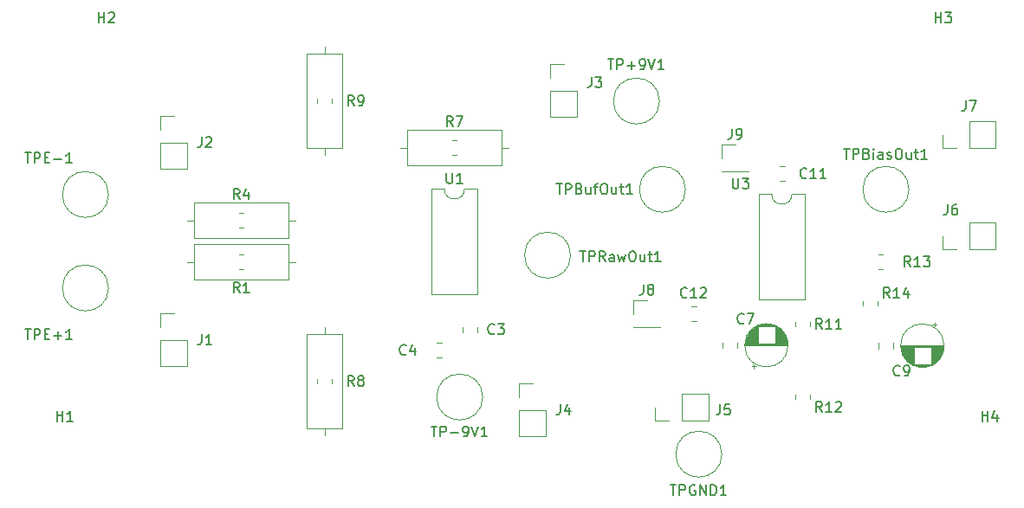
<source format=gbr>
%TF.GenerationSoftware,KiCad,Pcbnew,7.0.10-7.0.10~ubuntu22.04.1*%
%TF.CreationDate,2024-02-22T18:41:36-08:00*%
%TF.ProjectId,INA129-Amplifier,494e4131-3239-42d4-916d-706c69666965,rev?*%
%TF.SameCoordinates,PX2bf7208PY9a4d770*%
%TF.FileFunction,Legend,Top*%
%TF.FilePolarity,Positive*%
%FSLAX46Y46*%
G04 Gerber Fmt 4.6, Leading zero omitted, Abs format (unit mm)*
G04 Created by KiCad (PCBNEW 7.0.10-7.0.10~ubuntu22.04.1) date 2024-02-22 18:41:36*
%MOMM*%
%LPD*%
G01*
G04 APERTURE LIST*
%ADD10C,0.150000*%
%ADD11C,0.120000*%
G04 APERTURE END LIST*
D10*
X94361095Y8571181D02*
X94361095Y9571181D01*
X94361095Y9094991D02*
X94932523Y9094991D01*
X94932523Y8571181D02*
X94932523Y9571181D01*
X95837285Y9237848D02*
X95837285Y8571181D01*
X95599190Y9618800D02*
X95361095Y8904515D01*
X95361095Y8904515D02*
X95980142Y8904515D01*
X89789095Y47551181D02*
X89789095Y48551181D01*
X89789095Y48074991D02*
X90360523Y48074991D01*
X90360523Y47551181D02*
X90360523Y48551181D01*
X90741476Y48551181D02*
X91360523Y48551181D01*
X91360523Y48551181D02*
X91027190Y48170229D01*
X91027190Y48170229D02*
X91170047Y48170229D01*
X91170047Y48170229D02*
X91265285Y48122610D01*
X91265285Y48122610D02*
X91312904Y48074991D01*
X91312904Y48074991D02*
X91360523Y47979753D01*
X91360523Y47979753D02*
X91360523Y47741658D01*
X91360523Y47741658D02*
X91312904Y47646420D01*
X91312904Y47646420D02*
X91265285Y47598800D01*
X91265285Y47598800D02*
X91170047Y47551181D01*
X91170047Y47551181D02*
X90884333Y47551181D01*
X90884333Y47551181D02*
X90789095Y47598800D01*
X90789095Y47598800D02*
X90741476Y47646420D01*
X8001095Y47551181D02*
X8001095Y48551181D01*
X8001095Y48074991D02*
X8572523Y48074991D01*
X8572523Y47551181D02*
X8572523Y48551181D01*
X9001095Y48455943D02*
X9048714Y48503562D01*
X9048714Y48503562D02*
X9143952Y48551181D01*
X9143952Y48551181D02*
X9382047Y48551181D01*
X9382047Y48551181D02*
X9477285Y48503562D01*
X9477285Y48503562D02*
X9524904Y48455943D01*
X9524904Y48455943D02*
X9572523Y48360705D01*
X9572523Y48360705D02*
X9572523Y48265467D01*
X9572523Y48265467D02*
X9524904Y48122610D01*
X9524904Y48122610D02*
X8953476Y47551181D01*
X8953476Y47551181D02*
X9572523Y47551181D01*
X3937095Y8571181D02*
X3937095Y9571181D01*
X3937095Y9094991D02*
X4508523Y9094991D01*
X4508523Y8571181D02*
X4508523Y9571181D01*
X5508523Y8571181D02*
X4937095Y8571181D01*
X5222809Y8571181D02*
X5222809Y9571181D01*
X5222809Y9571181D02*
X5127571Y9428324D01*
X5127571Y9428324D02*
X5032333Y9333086D01*
X5032333Y9333086D02*
X4937095Y9285467D01*
X69897666Y37165181D02*
X69897666Y36450896D01*
X69897666Y36450896D02*
X69850047Y36308039D01*
X69850047Y36308039D02*
X69754809Y36212800D01*
X69754809Y36212800D02*
X69611952Y36165181D01*
X69611952Y36165181D02*
X69516714Y36165181D01*
X70421476Y36165181D02*
X70611952Y36165181D01*
X70611952Y36165181D02*
X70707190Y36212800D01*
X70707190Y36212800D02*
X70754809Y36260420D01*
X70754809Y36260420D02*
X70850047Y36403277D01*
X70850047Y36403277D02*
X70897666Y36593753D01*
X70897666Y36593753D02*
X70897666Y36974705D01*
X70897666Y36974705D02*
X70850047Y37069943D01*
X70850047Y37069943D02*
X70802428Y37117562D01*
X70802428Y37117562D02*
X70707190Y37165181D01*
X70707190Y37165181D02*
X70516714Y37165181D01*
X70516714Y37165181D02*
X70421476Y37117562D01*
X70421476Y37117562D02*
X70373857Y37069943D01*
X70373857Y37069943D02*
X70326238Y36974705D01*
X70326238Y36974705D02*
X70326238Y36736610D01*
X70326238Y36736610D02*
X70373857Y36641372D01*
X70373857Y36641372D02*
X70421476Y36593753D01*
X70421476Y36593753D02*
X70516714Y36546134D01*
X70516714Y36546134D02*
X70707190Y36546134D01*
X70707190Y36546134D02*
X70802428Y36593753D01*
X70802428Y36593753D02*
X70850047Y36641372D01*
X70850047Y36641372D02*
X70897666Y36736610D01*
X61261666Y21925181D02*
X61261666Y21210896D01*
X61261666Y21210896D02*
X61214047Y21068039D01*
X61214047Y21068039D02*
X61118809Y20972800D01*
X61118809Y20972800D02*
X60975952Y20925181D01*
X60975952Y20925181D02*
X60880714Y20925181D01*
X61880714Y21496610D02*
X61785476Y21544229D01*
X61785476Y21544229D02*
X61737857Y21591848D01*
X61737857Y21591848D02*
X61690238Y21687086D01*
X61690238Y21687086D02*
X61690238Y21734705D01*
X61690238Y21734705D02*
X61737857Y21829943D01*
X61737857Y21829943D02*
X61785476Y21877562D01*
X61785476Y21877562D02*
X61880714Y21925181D01*
X61880714Y21925181D02*
X62071190Y21925181D01*
X62071190Y21925181D02*
X62166428Y21877562D01*
X62166428Y21877562D02*
X62214047Y21829943D01*
X62214047Y21829943D02*
X62261666Y21734705D01*
X62261666Y21734705D02*
X62261666Y21687086D01*
X62261666Y21687086D02*
X62214047Y21591848D01*
X62214047Y21591848D02*
X62166428Y21544229D01*
X62166428Y21544229D02*
X62071190Y21496610D01*
X62071190Y21496610D02*
X61880714Y21496610D01*
X61880714Y21496610D02*
X61785476Y21448991D01*
X61785476Y21448991D02*
X61737857Y21401372D01*
X61737857Y21401372D02*
X61690238Y21306134D01*
X61690238Y21306134D02*
X61690238Y21115658D01*
X61690238Y21115658D02*
X61737857Y21020420D01*
X61737857Y21020420D02*
X61785476Y20972800D01*
X61785476Y20972800D02*
X61880714Y20925181D01*
X61880714Y20925181D02*
X62071190Y20925181D01*
X62071190Y20925181D02*
X62166428Y20972800D01*
X62166428Y20972800D02*
X62214047Y21020420D01*
X62214047Y21020420D02*
X62261666Y21115658D01*
X62261666Y21115658D02*
X62261666Y21306134D01*
X62261666Y21306134D02*
X62214047Y21401372D01*
X62214047Y21401372D02*
X62166428Y21448991D01*
X62166428Y21448991D02*
X62071190Y21496610D01*
X85336142Y20627181D02*
X85002809Y21103372D01*
X84764714Y20627181D02*
X84764714Y21627181D01*
X84764714Y21627181D02*
X85145666Y21627181D01*
X85145666Y21627181D02*
X85240904Y21579562D01*
X85240904Y21579562D02*
X85288523Y21531943D01*
X85288523Y21531943D02*
X85336142Y21436705D01*
X85336142Y21436705D02*
X85336142Y21293848D01*
X85336142Y21293848D02*
X85288523Y21198610D01*
X85288523Y21198610D02*
X85240904Y21150991D01*
X85240904Y21150991D02*
X85145666Y21103372D01*
X85145666Y21103372D02*
X84764714Y21103372D01*
X86288523Y20627181D02*
X85717095Y20627181D01*
X86002809Y20627181D02*
X86002809Y21627181D01*
X86002809Y21627181D02*
X85907571Y21484324D01*
X85907571Y21484324D02*
X85812333Y21389086D01*
X85812333Y21389086D02*
X85717095Y21341467D01*
X87145666Y21293848D02*
X87145666Y20627181D01*
X86907571Y21674800D02*
X86669476Y20960515D01*
X86669476Y20960515D02*
X87288523Y20960515D01*
X87368142Y23675181D02*
X87034809Y24151372D01*
X86796714Y23675181D02*
X86796714Y24675181D01*
X86796714Y24675181D02*
X87177666Y24675181D01*
X87177666Y24675181D02*
X87272904Y24627562D01*
X87272904Y24627562D02*
X87320523Y24579943D01*
X87320523Y24579943D02*
X87368142Y24484705D01*
X87368142Y24484705D02*
X87368142Y24341848D01*
X87368142Y24341848D02*
X87320523Y24246610D01*
X87320523Y24246610D02*
X87272904Y24198991D01*
X87272904Y24198991D02*
X87177666Y24151372D01*
X87177666Y24151372D02*
X86796714Y24151372D01*
X88320523Y23675181D02*
X87749095Y23675181D01*
X88034809Y23675181D02*
X88034809Y24675181D01*
X88034809Y24675181D02*
X87939571Y24532324D01*
X87939571Y24532324D02*
X87844333Y24437086D01*
X87844333Y24437086D02*
X87749095Y24389467D01*
X88653857Y24675181D02*
X89272904Y24675181D01*
X89272904Y24675181D02*
X88939571Y24294229D01*
X88939571Y24294229D02*
X89082428Y24294229D01*
X89082428Y24294229D02*
X89177666Y24246610D01*
X89177666Y24246610D02*
X89225285Y24198991D01*
X89225285Y24198991D02*
X89272904Y24103753D01*
X89272904Y24103753D02*
X89272904Y23865658D01*
X89272904Y23865658D02*
X89225285Y23770420D01*
X89225285Y23770420D02*
X89177666Y23722800D01*
X89177666Y23722800D02*
X89082428Y23675181D01*
X89082428Y23675181D02*
X88796714Y23675181D01*
X88796714Y23675181D02*
X88701476Y23722800D01*
X88701476Y23722800D02*
X88653857Y23770420D01*
X69977095Y32329181D02*
X69977095Y31519658D01*
X69977095Y31519658D02*
X70024714Y31424420D01*
X70024714Y31424420D02*
X70072333Y31376800D01*
X70072333Y31376800D02*
X70167571Y31329181D01*
X70167571Y31329181D02*
X70358047Y31329181D01*
X70358047Y31329181D02*
X70453285Y31376800D01*
X70453285Y31376800D02*
X70500904Y31424420D01*
X70500904Y31424420D02*
X70548523Y31519658D01*
X70548523Y31519658D02*
X70548523Y32329181D01*
X70929476Y32329181D02*
X71548523Y32329181D01*
X71548523Y32329181D02*
X71215190Y31948229D01*
X71215190Y31948229D02*
X71358047Y31948229D01*
X71358047Y31948229D02*
X71453285Y31900610D01*
X71453285Y31900610D02*
X71500904Y31852991D01*
X71500904Y31852991D02*
X71548523Y31757753D01*
X71548523Y31757753D02*
X71548523Y31519658D01*
X71548523Y31519658D02*
X71500904Y31424420D01*
X71500904Y31424420D02*
X71453285Y31376800D01*
X71453285Y31376800D02*
X71358047Y31329181D01*
X71358047Y31329181D02*
X71072333Y31329181D01*
X71072333Y31329181D02*
X70977095Y31376800D01*
X70977095Y31376800D02*
X70929476Y31424420D01*
X42022095Y32837181D02*
X42022095Y32027658D01*
X42022095Y32027658D02*
X42069714Y31932420D01*
X42069714Y31932420D02*
X42117333Y31884800D01*
X42117333Y31884800D02*
X42212571Y31837181D01*
X42212571Y31837181D02*
X42403047Y31837181D01*
X42403047Y31837181D02*
X42498285Y31884800D01*
X42498285Y31884800D02*
X42545904Y31932420D01*
X42545904Y31932420D02*
X42593523Y32027658D01*
X42593523Y32027658D02*
X42593523Y32837181D01*
X43593523Y31837181D02*
X43022095Y31837181D01*
X43307809Y31837181D02*
X43307809Y32837181D01*
X43307809Y32837181D02*
X43212571Y32694324D01*
X43212571Y32694324D02*
X43117333Y32599086D01*
X43117333Y32599086D02*
X43022095Y32551467D01*
X63889286Y2323181D02*
X64460714Y2323181D01*
X64175000Y1323181D02*
X64175000Y2323181D01*
X64794048Y1323181D02*
X64794048Y2323181D01*
X64794048Y2323181D02*
X65175000Y2323181D01*
X65175000Y2323181D02*
X65270238Y2275562D01*
X65270238Y2275562D02*
X65317857Y2227943D01*
X65317857Y2227943D02*
X65365476Y2132705D01*
X65365476Y2132705D02*
X65365476Y1989848D01*
X65365476Y1989848D02*
X65317857Y1894610D01*
X65317857Y1894610D02*
X65270238Y1846991D01*
X65270238Y1846991D02*
X65175000Y1799372D01*
X65175000Y1799372D02*
X64794048Y1799372D01*
X66317857Y2275562D02*
X66222619Y2323181D01*
X66222619Y2323181D02*
X66079762Y2323181D01*
X66079762Y2323181D02*
X65936905Y2275562D01*
X65936905Y2275562D02*
X65841667Y2180324D01*
X65841667Y2180324D02*
X65794048Y2085086D01*
X65794048Y2085086D02*
X65746429Y1894610D01*
X65746429Y1894610D02*
X65746429Y1751753D01*
X65746429Y1751753D02*
X65794048Y1561277D01*
X65794048Y1561277D02*
X65841667Y1466039D01*
X65841667Y1466039D02*
X65936905Y1370800D01*
X65936905Y1370800D02*
X66079762Y1323181D01*
X66079762Y1323181D02*
X66175000Y1323181D01*
X66175000Y1323181D02*
X66317857Y1370800D01*
X66317857Y1370800D02*
X66365476Y1418420D01*
X66365476Y1418420D02*
X66365476Y1751753D01*
X66365476Y1751753D02*
X66175000Y1751753D01*
X66794048Y1323181D02*
X66794048Y2323181D01*
X66794048Y2323181D02*
X67365476Y1323181D01*
X67365476Y1323181D02*
X67365476Y2323181D01*
X67841667Y1323181D02*
X67841667Y2323181D01*
X67841667Y2323181D02*
X68079762Y2323181D01*
X68079762Y2323181D02*
X68222619Y2275562D01*
X68222619Y2275562D02*
X68317857Y2180324D01*
X68317857Y2180324D02*
X68365476Y2085086D01*
X68365476Y2085086D02*
X68413095Y1894610D01*
X68413095Y1894610D02*
X68413095Y1751753D01*
X68413095Y1751753D02*
X68365476Y1561277D01*
X68365476Y1561277D02*
X68317857Y1466039D01*
X68317857Y1466039D02*
X68222619Y1370800D01*
X68222619Y1370800D02*
X68079762Y1323181D01*
X68079762Y1323181D02*
X67841667Y1323181D01*
X69365476Y1323181D02*
X68794048Y1323181D01*
X69079762Y1323181D02*
X69079762Y2323181D01*
X69079762Y2323181D02*
X68984524Y2180324D01*
X68984524Y2180324D02*
X68889286Y2085086D01*
X68889286Y2085086D02*
X68794048Y2037467D01*
X68754666Y10197181D02*
X68754666Y9482896D01*
X68754666Y9482896D02*
X68707047Y9340039D01*
X68707047Y9340039D02*
X68611809Y9244800D01*
X68611809Y9244800D02*
X68468952Y9197181D01*
X68468952Y9197181D02*
X68373714Y9197181D01*
X69707047Y10197181D02*
X69230857Y10197181D01*
X69230857Y10197181D02*
X69183238Y9720991D01*
X69183238Y9720991D02*
X69230857Y9768610D01*
X69230857Y9768610D02*
X69326095Y9816229D01*
X69326095Y9816229D02*
X69564190Y9816229D01*
X69564190Y9816229D02*
X69659428Y9768610D01*
X69659428Y9768610D02*
X69707047Y9720991D01*
X69707047Y9720991D02*
X69754666Y9625753D01*
X69754666Y9625753D02*
X69754666Y9387658D01*
X69754666Y9387658D02*
X69707047Y9292420D01*
X69707047Y9292420D02*
X69659428Y9244800D01*
X69659428Y9244800D02*
X69564190Y9197181D01*
X69564190Y9197181D02*
X69326095Y9197181D01*
X69326095Y9197181D02*
X69230857Y9244800D01*
X69230857Y9244800D02*
X69183238Y9292420D01*
X40521286Y8059181D02*
X41092714Y8059181D01*
X40807000Y7059181D02*
X40807000Y8059181D01*
X41426048Y7059181D02*
X41426048Y8059181D01*
X41426048Y8059181D02*
X41807000Y8059181D01*
X41807000Y8059181D02*
X41902238Y8011562D01*
X41902238Y8011562D02*
X41949857Y7963943D01*
X41949857Y7963943D02*
X41997476Y7868705D01*
X41997476Y7868705D02*
X41997476Y7725848D01*
X41997476Y7725848D02*
X41949857Y7630610D01*
X41949857Y7630610D02*
X41902238Y7582991D01*
X41902238Y7582991D02*
X41807000Y7535372D01*
X41807000Y7535372D02*
X41426048Y7535372D01*
X42426048Y7440134D02*
X43187953Y7440134D01*
X43711762Y7059181D02*
X43902238Y7059181D01*
X43902238Y7059181D02*
X43997476Y7106800D01*
X43997476Y7106800D02*
X44045095Y7154420D01*
X44045095Y7154420D02*
X44140333Y7297277D01*
X44140333Y7297277D02*
X44187952Y7487753D01*
X44187952Y7487753D02*
X44187952Y7868705D01*
X44187952Y7868705D02*
X44140333Y7963943D01*
X44140333Y7963943D02*
X44092714Y8011562D01*
X44092714Y8011562D02*
X43997476Y8059181D01*
X43997476Y8059181D02*
X43807000Y8059181D01*
X43807000Y8059181D02*
X43711762Y8011562D01*
X43711762Y8011562D02*
X43664143Y7963943D01*
X43664143Y7963943D02*
X43616524Y7868705D01*
X43616524Y7868705D02*
X43616524Y7630610D01*
X43616524Y7630610D02*
X43664143Y7535372D01*
X43664143Y7535372D02*
X43711762Y7487753D01*
X43711762Y7487753D02*
X43807000Y7440134D01*
X43807000Y7440134D02*
X43997476Y7440134D01*
X43997476Y7440134D02*
X44092714Y7487753D01*
X44092714Y7487753D02*
X44140333Y7535372D01*
X44140333Y7535372D02*
X44187952Y7630610D01*
X44473667Y8059181D02*
X44807000Y7059181D01*
X44807000Y7059181D02*
X45140333Y8059181D01*
X45997476Y7059181D02*
X45426048Y7059181D01*
X45711762Y7059181D02*
X45711762Y8059181D01*
X45711762Y8059181D02*
X45616524Y7916324D01*
X45616524Y7916324D02*
X45521286Y7821086D01*
X45521286Y7821086D02*
X45426048Y7773467D01*
X57793286Y43977181D02*
X58364714Y43977181D01*
X58079000Y42977181D02*
X58079000Y43977181D01*
X58698048Y42977181D02*
X58698048Y43977181D01*
X58698048Y43977181D02*
X59079000Y43977181D01*
X59079000Y43977181D02*
X59174238Y43929562D01*
X59174238Y43929562D02*
X59221857Y43881943D01*
X59221857Y43881943D02*
X59269476Y43786705D01*
X59269476Y43786705D02*
X59269476Y43643848D01*
X59269476Y43643848D02*
X59221857Y43548610D01*
X59221857Y43548610D02*
X59174238Y43500991D01*
X59174238Y43500991D02*
X59079000Y43453372D01*
X59079000Y43453372D02*
X58698048Y43453372D01*
X59698048Y43358134D02*
X60459953Y43358134D01*
X60079000Y42977181D02*
X60079000Y43739086D01*
X60983762Y42977181D02*
X61174238Y42977181D01*
X61174238Y42977181D02*
X61269476Y43024800D01*
X61269476Y43024800D02*
X61317095Y43072420D01*
X61317095Y43072420D02*
X61412333Y43215277D01*
X61412333Y43215277D02*
X61459952Y43405753D01*
X61459952Y43405753D02*
X61459952Y43786705D01*
X61459952Y43786705D02*
X61412333Y43881943D01*
X61412333Y43881943D02*
X61364714Y43929562D01*
X61364714Y43929562D02*
X61269476Y43977181D01*
X61269476Y43977181D02*
X61079000Y43977181D01*
X61079000Y43977181D02*
X60983762Y43929562D01*
X60983762Y43929562D02*
X60936143Y43881943D01*
X60936143Y43881943D02*
X60888524Y43786705D01*
X60888524Y43786705D02*
X60888524Y43548610D01*
X60888524Y43548610D02*
X60936143Y43453372D01*
X60936143Y43453372D02*
X60983762Y43405753D01*
X60983762Y43405753D02*
X61079000Y43358134D01*
X61079000Y43358134D02*
X61269476Y43358134D01*
X61269476Y43358134D02*
X61364714Y43405753D01*
X61364714Y43405753D02*
X61412333Y43453372D01*
X61412333Y43453372D02*
X61459952Y43548610D01*
X61745667Y43977181D02*
X62079000Y42977181D01*
X62079000Y42977181D02*
X62412333Y43977181D01*
X63269476Y42977181D02*
X62698048Y42977181D01*
X62983762Y42977181D02*
X62983762Y43977181D01*
X62983762Y43977181D02*
X62888524Y43834324D01*
X62888524Y43834324D02*
X62793286Y43739086D01*
X62793286Y43739086D02*
X62698048Y43691467D01*
X52753095Y31785181D02*
X53324523Y31785181D01*
X53038809Y30785181D02*
X53038809Y31785181D01*
X53657857Y30785181D02*
X53657857Y31785181D01*
X53657857Y31785181D02*
X54038809Y31785181D01*
X54038809Y31785181D02*
X54134047Y31737562D01*
X54134047Y31737562D02*
X54181666Y31689943D01*
X54181666Y31689943D02*
X54229285Y31594705D01*
X54229285Y31594705D02*
X54229285Y31451848D01*
X54229285Y31451848D02*
X54181666Y31356610D01*
X54181666Y31356610D02*
X54134047Y31308991D01*
X54134047Y31308991D02*
X54038809Y31261372D01*
X54038809Y31261372D02*
X53657857Y31261372D01*
X54991190Y31308991D02*
X55134047Y31261372D01*
X55134047Y31261372D02*
X55181666Y31213753D01*
X55181666Y31213753D02*
X55229285Y31118515D01*
X55229285Y31118515D02*
X55229285Y30975658D01*
X55229285Y30975658D02*
X55181666Y30880420D01*
X55181666Y30880420D02*
X55134047Y30832800D01*
X55134047Y30832800D02*
X55038809Y30785181D01*
X55038809Y30785181D02*
X54657857Y30785181D01*
X54657857Y30785181D02*
X54657857Y31785181D01*
X54657857Y31785181D02*
X54991190Y31785181D01*
X54991190Y31785181D02*
X55086428Y31737562D01*
X55086428Y31737562D02*
X55134047Y31689943D01*
X55134047Y31689943D02*
X55181666Y31594705D01*
X55181666Y31594705D02*
X55181666Y31499467D01*
X55181666Y31499467D02*
X55134047Y31404229D01*
X55134047Y31404229D02*
X55086428Y31356610D01*
X55086428Y31356610D02*
X54991190Y31308991D01*
X54991190Y31308991D02*
X54657857Y31308991D01*
X56086428Y31451848D02*
X56086428Y30785181D01*
X55657857Y31451848D02*
X55657857Y30928039D01*
X55657857Y30928039D02*
X55705476Y30832800D01*
X55705476Y30832800D02*
X55800714Y30785181D01*
X55800714Y30785181D02*
X55943571Y30785181D01*
X55943571Y30785181D02*
X56038809Y30832800D01*
X56038809Y30832800D02*
X56086428Y30880420D01*
X56419762Y31451848D02*
X56800714Y31451848D01*
X56562619Y30785181D02*
X56562619Y31642324D01*
X56562619Y31642324D02*
X56610238Y31737562D01*
X56610238Y31737562D02*
X56705476Y31785181D01*
X56705476Y31785181D02*
X56800714Y31785181D01*
X57324524Y31785181D02*
X57515000Y31785181D01*
X57515000Y31785181D02*
X57610238Y31737562D01*
X57610238Y31737562D02*
X57705476Y31642324D01*
X57705476Y31642324D02*
X57753095Y31451848D01*
X57753095Y31451848D02*
X57753095Y31118515D01*
X57753095Y31118515D02*
X57705476Y30928039D01*
X57705476Y30928039D02*
X57610238Y30832800D01*
X57610238Y30832800D02*
X57515000Y30785181D01*
X57515000Y30785181D02*
X57324524Y30785181D01*
X57324524Y30785181D02*
X57229286Y30832800D01*
X57229286Y30832800D02*
X57134048Y30928039D01*
X57134048Y30928039D02*
X57086429Y31118515D01*
X57086429Y31118515D02*
X57086429Y31451848D01*
X57086429Y31451848D02*
X57134048Y31642324D01*
X57134048Y31642324D02*
X57229286Y31737562D01*
X57229286Y31737562D02*
X57324524Y31785181D01*
X58610238Y31451848D02*
X58610238Y30785181D01*
X58181667Y31451848D02*
X58181667Y30928039D01*
X58181667Y30928039D02*
X58229286Y30832800D01*
X58229286Y30832800D02*
X58324524Y30785181D01*
X58324524Y30785181D02*
X58467381Y30785181D01*
X58467381Y30785181D02*
X58562619Y30832800D01*
X58562619Y30832800D02*
X58610238Y30880420D01*
X58943572Y31451848D02*
X59324524Y31451848D01*
X59086429Y31785181D02*
X59086429Y30928039D01*
X59086429Y30928039D02*
X59134048Y30832800D01*
X59134048Y30832800D02*
X59229286Y30785181D01*
X59229286Y30785181D02*
X59324524Y30785181D01*
X60181667Y30785181D02*
X59610239Y30785181D01*
X59895953Y30785181D02*
X59895953Y31785181D01*
X59895953Y31785181D02*
X59800715Y31642324D01*
X59800715Y31642324D02*
X59705477Y31547086D01*
X59705477Y31547086D02*
X59610239Y31499467D01*
X80843952Y35213181D02*
X81415380Y35213181D01*
X81129666Y34213181D02*
X81129666Y35213181D01*
X81748714Y34213181D02*
X81748714Y35213181D01*
X81748714Y35213181D02*
X82129666Y35213181D01*
X82129666Y35213181D02*
X82224904Y35165562D01*
X82224904Y35165562D02*
X82272523Y35117943D01*
X82272523Y35117943D02*
X82320142Y35022705D01*
X82320142Y35022705D02*
X82320142Y34879848D01*
X82320142Y34879848D02*
X82272523Y34784610D01*
X82272523Y34784610D02*
X82224904Y34736991D01*
X82224904Y34736991D02*
X82129666Y34689372D01*
X82129666Y34689372D02*
X81748714Y34689372D01*
X83082047Y34736991D02*
X83224904Y34689372D01*
X83224904Y34689372D02*
X83272523Y34641753D01*
X83272523Y34641753D02*
X83320142Y34546515D01*
X83320142Y34546515D02*
X83320142Y34403658D01*
X83320142Y34403658D02*
X83272523Y34308420D01*
X83272523Y34308420D02*
X83224904Y34260800D01*
X83224904Y34260800D02*
X83129666Y34213181D01*
X83129666Y34213181D02*
X82748714Y34213181D01*
X82748714Y34213181D02*
X82748714Y35213181D01*
X82748714Y35213181D02*
X83082047Y35213181D01*
X83082047Y35213181D02*
X83177285Y35165562D01*
X83177285Y35165562D02*
X83224904Y35117943D01*
X83224904Y35117943D02*
X83272523Y35022705D01*
X83272523Y35022705D02*
X83272523Y34927467D01*
X83272523Y34927467D02*
X83224904Y34832229D01*
X83224904Y34832229D02*
X83177285Y34784610D01*
X83177285Y34784610D02*
X83082047Y34736991D01*
X83082047Y34736991D02*
X82748714Y34736991D01*
X83748714Y34213181D02*
X83748714Y34879848D01*
X83748714Y35213181D02*
X83701095Y35165562D01*
X83701095Y35165562D02*
X83748714Y35117943D01*
X83748714Y35117943D02*
X83796333Y35165562D01*
X83796333Y35165562D02*
X83748714Y35213181D01*
X83748714Y35213181D02*
X83748714Y35117943D01*
X84653475Y34213181D02*
X84653475Y34736991D01*
X84653475Y34736991D02*
X84605856Y34832229D01*
X84605856Y34832229D02*
X84510618Y34879848D01*
X84510618Y34879848D02*
X84320142Y34879848D01*
X84320142Y34879848D02*
X84224904Y34832229D01*
X84653475Y34260800D02*
X84558237Y34213181D01*
X84558237Y34213181D02*
X84320142Y34213181D01*
X84320142Y34213181D02*
X84224904Y34260800D01*
X84224904Y34260800D02*
X84177285Y34356039D01*
X84177285Y34356039D02*
X84177285Y34451277D01*
X84177285Y34451277D02*
X84224904Y34546515D01*
X84224904Y34546515D02*
X84320142Y34594134D01*
X84320142Y34594134D02*
X84558237Y34594134D01*
X84558237Y34594134D02*
X84653475Y34641753D01*
X85082047Y34260800D02*
X85177285Y34213181D01*
X85177285Y34213181D02*
X85367761Y34213181D01*
X85367761Y34213181D02*
X85462999Y34260800D01*
X85462999Y34260800D02*
X85510618Y34356039D01*
X85510618Y34356039D02*
X85510618Y34403658D01*
X85510618Y34403658D02*
X85462999Y34498896D01*
X85462999Y34498896D02*
X85367761Y34546515D01*
X85367761Y34546515D02*
X85224904Y34546515D01*
X85224904Y34546515D02*
X85129666Y34594134D01*
X85129666Y34594134D02*
X85082047Y34689372D01*
X85082047Y34689372D02*
X85082047Y34736991D01*
X85082047Y34736991D02*
X85129666Y34832229D01*
X85129666Y34832229D02*
X85224904Y34879848D01*
X85224904Y34879848D02*
X85367761Y34879848D01*
X85367761Y34879848D02*
X85462999Y34832229D01*
X86129666Y35213181D02*
X86320142Y35213181D01*
X86320142Y35213181D02*
X86415380Y35165562D01*
X86415380Y35165562D02*
X86510618Y35070324D01*
X86510618Y35070324D02*
X86558237Y34879848D01*
X86558237Y34879848D02*
X86558237Y34546515D01*
X86558237Y34546515D02*
X86510618Y34356039D01*
X86510618Y34356039D02*
X86415380Y34260800D01*
X86415380Y34260800D02*
X86320142Y34213181D01*
X86320142Y34213181D02*
X86129666Y34213181D01*
X86129666Y34213181D02*
X86034428Y34260800D01*
X86034428Y34260800D02*
X85939190Y34356039D01*
X85939190Y34356039D02*
X85891571Y34546515D01*
X85891571Y34546515D02*
X85891571Y34879848D01*
X85891571Y34879848D02*
X85939190Y35070324D01*
X85939190Y35070324D02*
X86034428Y35165562D01*
X86034428Y35165562D02*
X86129666Y35213181D01*
X87415380Y34879848D02*
X87415380Y34213181D01*
X86986809Y34879848D02*
X86986809Y34356039D01*
X86986809Y34356039D02*
X87034428Y34260800D01*
X87034428Y34260800D02*
X87129666Y34213181D01*
X87129666Y34213181D02*
X87272523Y34213181D01*
X87272523Y34213181D02*
X87367761Y34260800D01*
X87367761Y34260800D02*
X87415380Y34308420D01*
X87748714Y34879848D02*
X88129666Y34879848D01*
X87891571Y35213181D02*
X87891571Y34356039D01*
X87891571Y34356039D02*
X87939190Y34260800D01*
X87939190Y34260800D02*
X88034428Y34213181D01*
X88034428Y34213181D02*
X88129666Y34213181D01*
X88986809Y34213181D02*
X88415381Y34213181D01*
X88701095Y34213181D02*
X88701095Y35213181D01*
X88701095Y35213181D02*
X88605857Y35070324D01*
X88605857Y35070324D02*
X88510619Y34975086D01*
X88510619Y34975086D02*
X88415381Y34927467D01*
X55055000Y25183181D02*
X55626428Y25183181D01*
X55340714Y24183181D02*
X55340714Y25183181D01*
X55959762Y24183181D02*
X55959762Y25183181D01*
X55959762Y25183181D02*
X56340714Y25183181D01*
X56340714Y25183181D02*
X56435952Y25135562D01*
X56435952Y25135562D02*
X56483571Y25087943D01*
X56483571Y25087943D02*
X56531190Y24992705D01*
X56531190Y24992705D02*
X56531190Y24849848D01*
X56531190Y24849848D02*
X56483571Y24754610D01*
X56483571Y24754610D02*
X56435952Y24706991D01*
X56435952Y24706991D02*
X56340714Y24659372D01*
X56340714Y24659372D02*
X55959762Y24659372D01*
X57531190Y24183181D02*
X57197857Y24659372D01*
X56959762Y24183181D02*
X56959762Y25183181D01*
X56959762Y25183181D02*
X57340714Y25183181D01*
X57340714Y25183181D02*
X57435952Y25135562D01*
X57435952Y25135562D02*
X57483571Y25087943D01*
X57483571Y25087943D02*
X57531190Y24992705D01*
X57531190Y24992705D02*
X57531190Y24849848D01*
X57531190Y24849848D02*
X57483571Y24754610D01*
X57483571Y24754610D02*
X57435952Y24706991D01*
X57435952Y24706991D02*
X57340714Y24659372D01*
X57340714Y24659372D02*
X56959762Y24659372D01*
X58388333Y24183181D02*
X58388333Y24706991D01*
X58388333Y24706991D02*
X58340714Y24802229D01*
X58340714Y24802229D02*
X58245476Y24849848D01*
X58245476Y24849848D02*
X58055000Y24849848D01*
X58055000Y24849848D02*
X57959762Y24802229D01*
X58388333Y24230800D02*
X58293095Y24183181D01*
X58293095Y24183181D02*
X58055000Y24183181D01*
X58055000Y24183181D02*
X57959762Y24230800D01*
X57959762Y24230800D02*
X57912143Y24326039D01*
X57912143Y24326039D02*
X57912143Y24421277D01*
X57912143Y24421277D02*
X57959762Y24516515D01*
X57959762Y24516515D02*
X58055000Y24564134D01*
X58055000Y24564134D02*
X58293095Y24564134D01*
X58293095Y24564134D02*
X58388333Y24611753D01*
X58769286Y24849848D02*
X58959762Y24183181D01*
X58959762Y24183181D02*
X59150238Y24659372D01*
X59150238Y24659372D02*
X59340714Y24183181D01*
X59340714Y24183181D02*
X59531190Y24849848D01*
X60102619Y25183181D02*
X60293095Y25183181D01*
X60293095Y25183181D02*
X60388333Y25135562D01*
X60388333Y25135562D02*
X60483571Y25040324D01*
X60483571Y25040324D02*
X60531190Y24849848D01*
X60531190Y24849848D02*
X60531190Y24516515D01*
X60531190Y24516515D02*
X60483571Y24326039D01*
X60483571Y24326039D02*
X60388333Y24230800D01*
X60388333Y24230800D02*
X60293095Y24183181D01*
X60293095Y24183181D02*
X60102619Y24183181D01*
X60102619Y24183181D02*
X60007381Y24230800D01*
X60007381Y24230800D02*
X59912143Y24326039D01*
X59912143Y24326039D02*
X59864524Y24516515D01*
X59864524Y24516515D02*
X59864524Y24849848D01*
X59864524Y24849848D02*
X59912143Y25040324D01*
X59912143Y25040324D02*
X60007381Y25135562D01*
X60007381Y25135562D02*
X60102619Y25183181D01*
X61388333Y24849848D02*
X61388333Y24183181D01*
X60959762Y24849848D02*
X60959762Y24326039D01*
X60959762Y24326039D02*
X61007381Y24230800D01*
X61007381Y24230800D02*
X61102619Y24183181D01*
X61102619Y24183181D02*
X61245476Y24183181D01*
X61245476Y24183181D02*
X61340714Y24230800D01*
X61340714Y24230800D02*
X61388333Y24278420D01*
X61721667Y24849848D02*
X62102619Y24849848D01*
X61864524Y25183181D02*
X61864524Y24326039D01*
X61864524Y24326039D02*
X61912143Y24230800D01*
X61912143Y24230800D02*
X62007381Y24183181D01*
X62007381Y24183181D02*
X62102619Y24183181D01*
X62959762Y24183181D02*
X62388334Y24183181D01*
X62674048Y24183181D02*
X62674048Y25183181D01*
X62674048Y25183181D02*
X62578810Y25040324D01*
X62578810Y25040324D02*
X62483572Y24945086D01*
X62483572Y24945086D02*
X62388334Y24897467D01*
X841667Y34833181D02*
X1413095Y34833181D01*
X1127381Y33833181D02*
X1127381Y34833181D01*
X1746429Y33833181D02*
X1746429Y34833181D01*
X1746429Y34833181D02*
X2127381Y34833181D01*
X2127381Y34833181D02*
X2222619Y34785562D01*
X2222619Y34785562D02*
X2270238Y34737943D01*
X2270238Y34737943D02*
X2317857Y34642705D01*
X2317857Y34642705D02*
X2317857Y34499848D01*
X2317857Y34499848D02*
X2270238Y34404610D01*
X2270238Y34404610D02*
X2222619Y34356991D01*
X2222619Y34356991D02*
X2127381Y34309372D01*
X2127381Y34309372D02*
X1746429Y34309372D01*
X2746429Y34356991D02*
X3079762Y34356991D01*
X3222619Y33833181D02*
X2746429Y33833181D01*
X2746429Y33833181D02*
X2746429Y34833181D01*
X2746429Y34833181D02*
X3222619Y34833181D01*
X3651191Y34214134D02*
X4413096Y34214134D01*
X5413095Y33833181D02*
X4841667Y33833181D01*
X5127381Y33833181D02*
X5127381Y34833181D01*
X5127381Y34833181D02*
X5032143Y34690324D01*
X5032143Y34690324D02*
X4936905Y34595086D01*
X4936905Y34595086D02*
X4841667Y34547467D01*
X841667Y17561181D02*
X1413095Y17561181D01*
X1127381Y16561181D02*
X1127381Y17561181D01*
X1746429Y16561181D02*
X1746429Y17561181D01*
X1746429Y17561181D02*
X2127381Y17561181D01*
X2127381Y17561181D02*
X2222619Y17513562D01*
X2222619Y17513562D02*
X2270238Y17465943D01*
X2270238Y17465943D02*
X2317857Y17370705D01*
X2317857Y17370705D02*
X2317857Y17227848D01*
X2317857Y17227848D02*
X2270238Y17132610D01*
X2270238Y17132610D02*
X2222619Y17084991D01*
X2222619Y17084991D02*
X2127381Y17037372D01*
X2127381Y17037372D02*
X1746429Y17037372D01*
X2746429Y17084991D02*
X3079762Y17084991D01*
X3222619Y16561181D02*
X2746429Y16561181D01*
X2746429Y16561181D02*
X2746429Y17561181D01*
X2746429Y17561181D02*
X3222619Y17561181D01*
X3651191Y16942134D02*
X4413096Y16942134D01*
X4032143Y16561181D02*
X4032143Y17323086D01*
X5413095Y16561181D02*
X4841667Y16561181D01*
X5127381Y16561181D02*
X5127381Y17561181D01*
X5127381Y17561181D02*
X5032143Y17418324D01*
X5032143Y17418324D02*
X4936905Y17323086D01*
X4936905Y17323086D02*
X4841667Y17275467D01*
X78732142Y9451181D02*
X78398809Y9927372D01*
X78160714Y9451181D02*
X78160714Y10451181D01*
X78160714Y10451181D02*
X78541666Y10451181D01*
X78541666Y10451181D02*
X78636904Y10403562D01*
X78636904Y10403562D02*
X78684523Y10355943D01*
X78684523Y10355943D02*
X78732142Y10260705D01*
X78732142Y10260705D02*
X78732142Y10117848D01*
X78732142Y10117848D02*
X78684523Y10022610D01*
X78684523Y10022610D02*
X78636904Y9974991D01*
X78636904Y9974991D02*
X78541666Y9927372D01*
X78541666Y9927372D02*
X78160714Y9927372D01*
X79684523Y9451181D02*
X79113095Y9451181D01*
X79398809Y9451181D02*
X79398809Y10451181D01*
X79398809Y10451181D02*
X79303571Y10308324D01*
X79303571Y10308324D02*
X79208333Y10213086D01*
X79208333Y10213086D02*
X79113095Y10165467D01*
X80065476Y10355943D02*
X80113095Y10403562D01*
X80113095Y10403562D02*
X80208333Y10451181D01*
X80208333Y10451181D02*
X80446428Y10451181D01*
X80446428Y10451181D02*
X80541666Y10403562D01*
X80541666Y10403562D02*
X80589285Y10355943D01*
X80589285Y10355943D02*
X80636904Y10260705D01*
X80636904Y10260705D02*
X80636904Y10165467D01*
X80636904Y10165467D02*
X80589285Y10022610D01*
X80589285Y10022610D02*
X80017857Y9451181D01*
X80017857Y9451181D02*
X80636904Y9451181D01*
X78732142Y17579181D02*
X78398809Y18055372D01*
X78160714Y17579181D02*
X78160714Y18579181D01*
X78160714Y18579181D02*
X78541666Y18579181D01*
X78541666Y18579181D02*
X78636904Y18531562D01*
X78636904Y18531562D02*
X78684523Y18483943D01*
X78684523Y18483943D02*
X78732142Y18388705D01*
X78732142Y18388705D02*
X78732142Y18245848D01*
X78732142Y18245848D02*
X78684523Y18150610D01*
X78684523Y18150610D02*
X78636904Y18102991D01*
X78636904Y18102991D02*
X78541666Y18055372D01*
X78541666Y18055372D02*
X78160714Y18055372D01*
X79684523Y17579181D02*
X79113095Y17579181D01*
X79398809Y17579181D02*
X79398809Y18579181D01*
X79398809Y18579181D02*
X79303571Y18436324D01*
X79303571Y18436324D02*
X79208333Y18341086D01*
X79208333Y18341086D02*
X79113095Y18293467D01*
X80636904Y17579181D02*
X80065476Y17579181D01*
X80351190Y17579181D02*
X80351190Y18579181D01*
X80351190Y18579181D02*
X80255952Y18436324D01*
X80255952Y18436324D02*
X80160714Y18341086D01*
X80160714Y18341086D02*
X80065476Y18293467D01*
X32980333Y11991181D02*
X32647000Y12467372D01*
X32408905Y11991181D02*
X32408905Y12991181D01*
X32408905Y12991181D02*
X32789857Y12991181D01*
X32789857Y12991181D02*
X32885095Y12943562D01*
X32885095Y12943562D02*
X32932714Y12895943D01*
X32932714Y12895943D02*
X32980333Y12800705D01*
X32980333Y12800705D02*
X32980333Y12657848D01*
X32980333Y12657848D02*
X32932714Y12562610D01*
X32932714Y12562610D02*
X32885095Y12514991D01*
X32885095Y12514991D02*
X32789857Y12467372D01*
X32789857Y12467372D02*
X32408905Y12467372D01*
X33551762Y12562610D02*
X33456524Y12610229D01*
X33456524Y12610229D02*
X33408905Y12657848D01*
X33408905Y12657848D02*
X33361286Y12753086D01*
X33361286Y12753086D02*
X33361286Y12800705D01*
X33361286Y12800705D02*
X33408905Y12895943D01*
X33408905Y12895943D02*
X33456524Y12943562D01*
X33456524Y12943562D02*
X33551762Y12991181D01*
X33551762Y12991181D02*
X33742238Y12991181D01*
X33742238Y12991181D02*
X33837476Y12943562D01*
X33837476Y12943562D02*
X33885095Y12895943D01*
X33885095Y12895943D02*
X33932714Y12800705D01*
X33932714Y12800705D02*
X33932714Y12753086D01*
X33932714Y12753086D02*
X33885095Y12657848D01*
X33885095Y12657848D02*
X33837476Y12610229D01*
X33837476Y12610229D02*
X33742238Y12562610D01*
X33742238Y12562610D02*
X33551762Y12562610D01*
X33551762Y12562610D02*
X33456524Y12514991D01*
X33456524Y12514991D02*
X33408905Y12467372D01*
X33408905Y12467372D02*
X33361286Y12372134D01*
X33361286Y12372134D02*
X33361286Y12181658D01*
X33361286Y12181658D02*
X33408905Y12086420D01*
X33408905Y12086420D02*
X33456524Y12038800D01*
X33456524Y12038800D02*
X33551762Y11991181D01*
X33551762Y11991181D02*
X33742238Y11991181D01*
X33742238Y11991181D02*
X33837476Y12038800D01*
X33837476Y12038800D02*
X33885095Y12086420D01*
X33885095Y12086420D02*
X33932714Y12181658D01*
X33932714Y12181658D02*
X33932714Y12372134D01*
X33932714Y12372134D02*
X33885095Y12467372D01*
X33885095Y12467372D02*
X33837476Y12514991D01*
X33837476Y12514991D02*
X33742238Y12562610D01*
X32980333Y39423181D02*
X32647000Y39899372D01*
X32408905Y39423181D02*
X32408905Y40423181D01*
X32408905Y40423181D02*
X32789857Y40423181D01*
X32789857Y40423181D02*
X32885095Y40375562D01*
X32885095Y40375562D02*
X32932714Y40327943D01*
X32932714Y40327943D02*
X32980333Y40232705D01*
X32980333Y40232705D02*
X32980333Y40089848D01*
X32980333Y40089848D02*
X32932714Y39994610D01*
X32932714Y39994610D02*
X32885095Y39946991D01*
X32885095Y39946991D02*
X32789857Y39899372D01*
X32789857Y39899372D02*
X32408905Y39899372D01*
X33456524Y39423181D02*
X33647000Y39423181D01*
X33647000Y39423181D02*
X33742238Y39470800D01*
X33742238Y39470800D02*
X33789857Y39518420D01*
X33789857Y39518420D02*
X33885095Y39661277D01*
X33885095Y39661277D02*
X33932714Y39851753D01*
X33932714Y39851753D02*
X33932714Y40232705D01*
X33932714Y40232705D02*
X33885095Y40327943D01*
X33885095Y40327943D02*
X33837476Y40375562D01*
X33837476Y40375562D02*
X33742238Y40423181D01*
X33742238Y40423181D02*
X33551762Y40423181D01*
X33551762Y40423181D02*
X33456524Y40375562D01*
X33456524Y40375562D02*
X33408905Y40327943D01*
X33408905Y40327943D02*
X33361286Y40232705D01*
X33361286Y40232705D02*
X33361286Y39994610D01*
X33361286Y39994610D02*
X33408905Y39899372D01*
X33408905Y39899372D02*
X33456524Y39851753D01*
X33456524Y39851753D02*
X33551762Y39804134D01*
X33551762Y39804134D02*
X33742238Y39804134D01*
X33742238Y39804134D02*
X33837476Y39851753D01*
X33837476Y39851753D02*
X33885095Y39899372D01*
X33885095Y39899372D02*
X33932714Y39994610D01*
X21804333Y30279181D02*
X21471000Y30755372D01*
X21232905Y30279181D02*
X21232905Y31279181D01*
X21232905Y31279181D02*
X21613857Y31279181D01*
X21613857Y31279181D02*
X21709095Y31231562D01*
X21709095Y31231562D02*
X21756714Y31183943D01*
X21756714Y31183943D02*
X21804333Y31088705D01*
X21804333Y31088705D02*
X21804333Y30945848D01*
X21804333Y30945848D02*
X21756714Y30850610D01*
X21756714Y30850610D02*
X21709095Y30802991D01*
X21709095Y30802991D02*
X21613857Y30755372D01*
X21613857Y30755372D02*
X21232905Y30755372D01*
X22661476Y30945848D02*
X22661476Y30279181D01*
X22423381Y31326800D02*
X22185286Y30612515D01*
X22185286Y30612515D02*
X22804333Y30612515D01*
X21804333Y21135181D02*
X21471000Y21611372D01*
X21232905Y21135181D02*
X21232905Y22135181D01*
X21232905Y22135181D02*
X21613857Y22135181D01*
X21613857Y22135181D02*
X21709095Y22087562D01*
X21709095Y22087562D02*
X21756714Y22039943D01*
X21756714Y22039943D02*
X21804333Y21944705D01*
X21804333Y21944705D02*
X21804333Y21801848D01*
X21804333Y21801848D02*
X21756714Y21706610D01*
X21756714Y21706610D02*
X21709095Y21658991D01*
X21709095Y21658991D02*
X21613857Y21611372D01*
X21613857Y21611372D02*
X21232905Y21611372D01*
X22756714Y21135181D02*
X22185286Y21135181D01*
X22471000Y21135181D02*
X22471000Y22135181D01*
X22471000Y22135181D02*
X22375762Y21992324D01*
X22375762Y21992324D02*
X22280524Y21897086D01*
X22280524Y21897086D02*
X22185286Y21849467D01*
X42632333Y37391181D02*
X42299000Y37867372D01*
X42060905Y37391181D02*
X42060905Y38391181D01*
X42060905Y38391181D02*
X42441857Y38391181D01*
X42441857Y38391181D02*
X42537095Y38343562D01*
X42537095Y38343562D02*
X42584714Y38295943D01*
X42584714Y38295943D02*
X42632333Y38200705D01*
X42632333Y38200705D02*
X42632333Y38057848D01*
X42632333Y38057848D02*
X42584714Y37962610D01*
X42584714Y37962610D02*
X42537095Y37914991D01*
X42537095Y37914991D02*
X42441857Y37867372D01*
X42441857Y37867372D02*
X42060905Y37867372D01*
X42965667Y38391181D02*
X43632333Y38391181D01*
X43632333Y38391181D02*
X43203762Y37391181D01*
X92757666Y39915181D02*
X92757666Y39200896D01*
X92757666Y39200896D02*
X92710047Y39058039D01*
X92710047Y39058039D02*
X92614809Y38962800D01*
X92614809Y38962800D02*
X92471952Y38915181D01*
X92471952Y38915181D02*
X92376714Y38915181D01*
X93138619Y39915181D02*
X93805285Y39915181D01*
X93805285Y39915181D02*
X93376714Y38915181D01*
X90974666Y29755181D02*
X90974666Y29040896D01*
X90974666Y29040896D02*
X90927047Y28898039D01*
X90927047Y28898039D02*
X90831809Y28802800D01*
X90831809Y28802800D02*
X90688952Y28755181D01*
X90688952Y28755181D02*
X90593714Y28755181D01*
X91879428Y29755181D02*
X91688952Y29755181D01*
X91688952Y29755181D02*
X91593714Y29707562D01*
X91593714Y29707562D02*
X91546095Y29659943D01*
X91546095Y29659943D02*
X91450857Y29517086D01*
X91450857Y29517086D02*
X91403238Y29326610D01*
X91403238Y29326610D02*
X91403238Y28945658D01*
X91403238Y28945658D02*
X91450857Y28850420D01*
X91450857Y28850420D02*
X91498476Y28802800D01*
X91498476Y28802800D02*
X91593714Y28755181D01*
X91593714Y28755181D02*
X91784190Y28755181D01*
X91784190Y28755181D02*
X91879428Y28802800D01*
X91879428Y28802800D02*
X91927047Y28850420D01*
X91927047Y28850420D02*
X91974666Y28945658D01*
X91974666Y28945658D02*
X91974666Y29183753D01*
X91974666Y29183753D02*
X91927047Y29278991D01*
X91927047Y29278991D02*
X91879428Y29326610D01*
X91879428Y29326610D02*
X91784190Y29374229D01*
X91784190Y29374229D02*
X91593714Y29374229D01*
X91593714Y29374229D02*
X91498476Y29326610D01*
X91498476Y29326610D02*
X91450857Y29278991D01*
X91450857Y29278991D02*
X91403238Y29183753D01*
X53133666Y10192181D02*
X53133666Y9477896D01*
X53133666Y9477896D02*
X53086047Y9335039D01*
X53086047Y9335039D02*
X52990809Y9239800D01*
X52990809Y9239800D02*
X52847952Y9192181D01*
X52847952Y9192181D02*
X52752714Y9192181D01*
X54038428Y9858848D02*
X54038428Y9192181D01*
X53800333Y10239800D02*
X53562238Y9525515D01*
X53562238Y9525515D02*
X54181285Y9525515D01*
X56181666Y42206181D02*
X56181666Y41491896D01*
X56181666Y41491896D02*
X56134047Y41349039D01*
X56134047Y41349039D02*
X56038809Y41253800D01*
X56038809Y41253800D02*
X55895952Y41206181D01*
X55895952Y41206181D02*
X55800714Y41206181D01*
X56562619Y42206181D02*
X57181666Y42206181D01*
X57181666Y42206181D02*
X56848333Y41825229D01*
X56848333Y41825229D02*
X56991190Y41825229D01*
X56991190Y41825229D02*
X57086428Y41777610D01*
X57086428Y41777610D02*
X57134047Y41729991D01*
X57134047Y41729991D02*
X57181666Y41634753D01*
X57181666Y41634753D02*
X57181666Y41396658D01*
X57181666Y41396658D02*
X57134047Y41301420D01*
X57134047Y41301420D02*
X57086428Y41253800D01*
X57086428Y41253800D02*
X56991190Y41206181D01*
X56991190Y41206181D02*
X56705476Y41206181D01*
X56705476Y41206181D02*
X56610238Y41253800D01*
X56610238Y41253800D02*
X56562619Y41301420D01*
X18081666Y17055181D02*
X18081666Y16340896D01*
X18081666Y16340896D02*
X18034047Y16198039D01*
X18034047Y16198039D02*
X17938809Y16102800D01*
X17938809Y16102800D02*
X17795952Y16055181D01*
X17795952Y16055181D02*
X17700714Y16055181D01*
X19081666Y16055181D02*
X18510238Y16055181D01*
X18795952Y16055181D02*
X18795952Y17055181D01*
X18795952Y17055181D02*
X18700714Y16912324D01*
X18700714Y16912324D02*
X18605476Y16817086D01*
X18605476Y16817086D02*
X18510238Y16769467D01*
X18081666Y36359181D02*
X18081666Y35644896D01*
X18081666Y35644896D02*
X18034047Y35502039D01*
X18034047Y35502039D02*
X17938809Y35406800D01*
X17938809Y35406800D02*
X17795952Y35359181D01*
X17795952Y35359181D02*
X17700714Y35359181D01*
X18510238Y36263943D02*
X18557857Y36311562D01*
X18557857Y36311562D02*
X18653095Y36359181D01*
X18653095Y36359181D02*
X18891190Y36359181D01*
X18891190Y36359181D02*
X18986428Y36311562D01*
X18986428Y36311562D02*
X19034047Y36263943D01*
X19034047Y36263943D02*
X19081666Y36168705D01*
X19081666Y36168705D02*
X19081666Y36073467D01*
X19081666Y36073467D02*
X19034047Y35930610D01*
X19034047Y35930610D02*
X18462619Y35359181D01*
X18462619Y35359181D02*
X19081666Y35359181D01*
X86320333Y13102420D02*
X86272714Y13054800D01*
X86272714Y13054800D02*
X86129857Y13007181D01*
X86129857Y13007181D02*
X86034619Y13007181D01*
X86034619Y13007181D02*
X85891762Y13054800D01*
X85891762Y13054800D02*
X85796524Y13150039D01*
X85796524Y13150039D02*
X85748905Y13245277D01*
X85748905Y13245277D02*
X85701286Y13435753D01*
X85701286Y13435753D02*
X85701286Y13578610D01*
X85701286Y13578610D02*
X85748905Y13769086D01*
X85748905Y13769086D02*
X85796524Y13864324D01*
X85796524Y13864324D02*
X85891762Y13959562D01*
X85891762Y13959562D02*
X86034619Y14007181D01*
X86034619Y14007181D02*
X86129857Y14007181D01*
X86129857Y14007181D02*
X86272714Y13959562D01*
X86272714Y13959562D02*
X86320333Y13911943D01*
X86796524Y13007181D02*
X86987000Y13007181D01*
X86987000Y13007181D02*
X87082238Y13054800D01*
X87082238Y13054800D02*
X87129857Y13102420D01*
X87129857Y13102420D02*
X87225095Y13245277D01*
X87225095Y13245277D02*
X87272714Y13435753D01*
X87272714Y13435753D02*
X87272714Y13816705D01*
X87272714Y13816705D02*
X87225095Y13911943D01*
X87225095Y13911943D02*
X87177476Y13959562D01*
X87177476Y13959562D02*
X87082238Y14007181D01*
X87082238Y14007181D02*
X86891762Y14007181D01*
X86891762Y14007181D02*
X86796524Y13959562D01*
X86796524Y13959562D02*
X86748905Y13911943D01*
X86748905Y13911943D02*
X86701286Y13816705D01*
X86701286Y13816705D02*
X86701286Y13578610D01*
X86701286Y13578610D02*
X86748905Y13483372D01*
X86748905Y13483372D02*
X86796524Y13435753D01*
X86796524Y13435753D02*
X86891762Y13388134D01*
X86891762Y13388134D02*
X87082238Y13388134D01*
X87082238Y13388134D02*
X87177476Y13435753D01*
X87177476Y13435753D02*
X87225095Y13483372D01*
X87225095Y13483372D02*
X87272714Y13578610D01*
X71080333Y18182420D02*
X71032714Y18134800D01*
X71032714Y18134800D02*
X70889857Y18087181D01*
X70889857Y18087181D02*
X70794619Y18087181D01*
X70794619Y18087181D02*
X70651762Y18134800D01*
X70651762Y18134800D02*
X70556524Y18230039D01*
X70556524Y18230039D02*
X70508905Y18325277D01*
X70508905Y18325277D02*
X70461286Y18515753D01*
X70461286Y18515753D02*
X70461286Y18658610D01*
X70461286Y18658610D02*
X70508905Y18849086D01*
X70508905Y18849086D02*
X70556524Y18944324D01*
X70556524Y18944324D02*
X70651762Y19039562D01*
X70651762Y19039562D02*
X70794619Y19087181D01*
X70794619Y19087181D02*
X70889857Y19087181D01*
X70889857Y19087181D02*
X71032714Y19039562D01*
X71032714Y19039562D02*
X71080333Y18991943D01*
X71413667Y19087181D02*
X72080333Y19087181D01*
X72080333Y19087181D02*
X71651762Y18087181D01*
X65524142Y20722420D02*
X65476523Y20674800D01*
X65476523Y20674800D02*
X65333666Y20627181D01*
X65333666Y20627181D02*
X65238428Y20627181D01*
X65238428Y20627181D02*
X65095571Y20674800D01*
X65095571Y20674800D02*
X65000333Y20770039D01*
X65000333Y20770039D02*
X64952714Y20865277D01*
X64952714Y20865277D02*
X64905095Y21055753D01*
X64905095Y21055753D02*
X64905095Y21198610D01*
X64905095Y21198610D02*
X64952714Y21389086D01*
X64952714Y21389086D02*
X65000333Y21484324D01*
X65000333Y21484324D02*
X65095571Y21579562D01*
X65095571Y21579562D02*
X65238428Y21627181D01*
X65238428Y21627181D02*
X65333666Y21627181D01*
X65333666Y21627181D02*
X65476523Y21579562D01*
X65476523Y21579562D02*
X65524142Y21531943D01*
X66476523Y20627181D02*
X65905095Y20627181D01*
X66190809Y20627181D02*
X66190809Y21627181D01*
X66190809Y21627181D02*
X66095571Y21484324D01*
X66095571Y21484324D02*
X66000333Y21389086D01*
X66000333Y21389086D02*
X65905095Y21341467D01*
X66857476Y21531943D02*
X66905095Y21579562D01*
X66905095Y21579562D02*
X67000333Y21627181D01*
X67000333Y21627181D02*
X67238428Y21627181D01*
X67238428Y21627181D02*
X67333666Y21579562D01*
X67333666Y21579562D02*
X67381285Y21531943D01*
X67381285Y21531943D02*
X67428904Y21436705D01*
X67428904Y21436705D02*
X67428904Y21341467D01*
X67428904Y21341467D02*
X67381285Y21198610D01*
X67381285Y21198610D02*
X66809857Y20627181D01*
X66809857Y20627181D02*
X67428904Y20627181D01*
X77208142Y32406420D02*
X77160523Y32358800D01*
X77160523Y32358800D02*
X77017666Y32311181D01*
X77017666Y32311181D02*
X76922428Y32311181D01*
X76922428Y32311181D02*
X76779571Y32358800D01*
X76779571Y32358800D02*
X76684333Y32454039D01*
X76684333Y32454039D02*
X76636714Y32549277D01*
X76636714Y32549277D02*
X76589095Y32739753D01*
X76589095Y32739753D02*
X76589095Y32882610D01*
X76589095Y32882610D02*
X76636714Y33073086D01*
X76636714Y33073086D02*
X76684333Y33168324D01*
X76684333Y33168324D02*
X76779571Y33263562D01*
X76779571Y33263562D02*
X76922428Y33311181D01*
X76922428Y33311181D02*
X77017666Y33311181D01*
X77017666Y33311181D02*
X77160523Y33263562D01*
X77160523Y33263562D02*
X77208142Y33215943D01*
X78160523Y32311181D02*
X77589095Y32311181D01*
X77874809Y32311181D02*
X77874809Y33311181D01*
X77874809Y33311181D02*
X77779571Y33168324D01*
X77779571Y33168324D02*
X77684333Y33073086D01*
X77684333Y33073086D02*
X77589095Y33025467D01*
X79112904Y32311181D02*
X78541476Y32311181D01*
X78827190Y32311181D02*
X78827190Y33311181D01*
X78827190Y33311181D02*
X78731952Y33168324D01*
X78731952Y33168324D02*
X78636714Y33073086D01*
X78636714Y33073086D02*
X78541476Y33025467D01*
X38060333Y15134420D02*
X38012714Y15086800D01*
X38012714Y15086800D02*
X37869857Y15039181D01*
X37869857Y15039181D02*
X37774619Y15039181D01*
X37774619Y15039181D02*
X37631762Y15086800D01*
X37631762Y15086800D02*
X37536524Y15182039D01*
X37536524Y15182039D02*
X37488905Y15277277D01*
X37488905Y15277277D02*
X37441286Y15467753D01*
X37441286Y15467753D02*
X37441286Y15610610D01*
X37441286Y15610610D02*
X37488905Y15801086D01*
X37488905Y15801086D02*
X37536524Y15896324D01*
X37536524Y15896324D02*
X37631762Y15991562D01*
X37631762Y15991562D02*
X37774619Y16039181D01*
X37774619Y16039181D02*
X37869857Y16039181D01*
X37869857Y16039181D02*
X38012714Y15991562D01*
X38012714Y15991562D02*
X38060333Y15943943D01*
X38917476Y15705848D02*
X38917476Y15039181D01*
X38679381Y16086800D02*
X38441286Y15372515D01*
X38441286Y15372515D02*
X39060333Y15372515D01*
X46696333Y17166420D02*
X46648714Y17118800D01*
X46648714Y17118800D02*
X46505857Y17071181D01*
X46505857Y17071181D02*
X46410619Y17071181D01*
X46410619Y17071181D02*
X46267762Y17118800D01*
X46267762Y17118800D02*
X46172524Y17214039D01*
X46172524Y17214039D02*
X46124905Y17309277D01*
X46124905Y17309277D02*
X46077286Y17499753D01*
X46077286Y17499753D02*
X46077286Y17642610D01*
X46077286Y17642610D02*
X46124905Y17833086D01*
X46124905Y17833086D02*
X46172524Y17928324D01*
X46172524Y17928324D02*
X46267762Y18023562D01*
X46267762Y18023562D02*
X46410619Y18071181D01*
X46410619Y18071181D02*
X46505857Y18071181D01*
X46505857Y18071181D02*
X46648714Y18023562D01*
X46648714Y18023562D02*
X46696333Y17975943D01*
X47029667Y18071181D02*
X47648714Y18071181D01*
X47648714Y18071181D02*
X47315381Y17690229D01*
X47315381Y17690229D02*
X47458238Y17690229D01*
X47458238Y17690229D02*
X47553476Y17642610D01*
X47553476Y17642610D02*
X47601095Y17594991D01*
X47601095Y17594991D02*
X47648714Y17499753D01*
X47648714Y17499753D02*
X47648714Y17261658D01*
X47648714Y17261658D02*
X47601095Y17166420D01*
X47601095Y17166420D02*
X47553476Y17118800D01*
X47553476Y17118800D02*
X47458238Y17071181D01*
X47458238Y17071181D02*
X47172524Y17071181D01*
X47172524Y17071181D02*
X47077286Y17118800D01*
X47077286Y17118800D02*
X47029667Y17166420D01*
D11*
%TO.C,J9*%
X68901000Y35620000D02*
X70231000Y35620000D01*
X68901000Y33020000D02*
X71561000Y33020000D01*
X68901000Y32960000D02*
X71561000Y32960000D01*
X71561000Y33020000D02*
X71561000Y32960000D01*
X68901000Y33020000D02*
X68901000Y32960000D01*
X68901000Y34290000D02*
X68901000Y35620000D01*
%TO.C,J8*%
X60265000Y20380000D02*
X61595000Y20380000D01*
X60265000Y17780000D02*
X62925000Y17780000D01*
X60265000Y17720000D02*
X62925000Y17720000D01*
X62925000Y17780000D02*
X62925000Y17720000D01*
X60265000Y17780000D02*
X60265000Y17720000D01*
X60265000Y19050000D02*
X60265000Y20380000D01*
%TO.C,R14*%
X84174000Y20293064D02*
X84174000Y19838936D01*
X82704000Y20293064D02*
X82704000Y19838936D01*
%TO.C,R13*%
X84682064Y23395000D02*
X84227936Y23395000D01*
X84682064Y24865000D02*
X84227936Y24865000D01*
%TO.C,U3*%
X72538000Y30784000D02*
X72538000Y20504000D01*
X77038000Y30784000D02*
X75788000Y30784000D01*
X72538000Y20504000D02*
X77038000Y20504000D01*
X77038000Y20504000D02*
X77038000Y30784000D01*
X73788000Y30784000D02*
X72538000Y30784000D01*
X73788000Y30784000D02*
G75*
G03*
X75788000Y30784000I1000000J0D01*
G01*
%TO.C,U1*%
X40534000Y31292000D02*
X40534000Y21012000D01*
X45034000Y31292000D02*
X43784000Y31292000D01*
X40534000Y21012000D02*
X45034000Y21012000D01*
X45034000Y21012000D02*
X45034000Y31292000D01*
X41784000Y31292000D02*
X40534000Y31292000D01*
X41784000Y31292000D02*
G75*
G03*
X43784000Y31292000I1000000J0D01*
G01*
%TO.C,TPGND1*%
X68925000Y5334000D02*
G75*
G03*
X64425000Y5334000I-2250000J0D01*
G01*
X64425000Y5334000D02*
G75*
G03*
X68925000Y5334000I2250000J0D01*
G01*
%TO.C,J5*%
X63749000Y8576000D02*
X62419000Y8576000D01*
X67619000Y8576000D02*
X67619000Y11236000D01*
X65019000Y8576000D02*
X67619000Y8576000D01*
X65019000Y8576000D02*
X65019000Y11236000D01*
X62419000Y8576000D02*
X62419000Y9906000D01*
X65019000Y11236000D02*
X67619000Y11236000D01*
%TO.C,TP-9V1*%
X45557000Y10922000D02*
G75*
G03*
X41057000Y10922000I-2250000J0D01*
G01*
X41057000Y10922000D02*
G75*
G03*
X45557000Y10922000I2250000J0D01*
G01*
%TO.C,TP+9V1*%
X62829000Y39878000D02*
G75*
G03*
X58329000Y39878000I-2250000J0D01*
G01*
X58329000Y39878000D02*
G75*
G03*
X62829000Y39878000I2250000J0D01*
G01*
%TO.C,TPBufOut1*%
X65369000Y31242000D02*
G75*
G03*
X60869000Y31242000I-2250000J0D01*
G01*
X60869000Y31242000D02*
G75*
G03*
X65369000Y31242000I2250000J0D01*
G01*
%TO.C,TPBiasOut1*%
X87213000Y31242000D02*
G75*
G03*
X82713000Y31242000I-2250000J0D01*
G01*
X82713000Y31242000D02*
G75*
G03*
X87213000Y31242000I2250000J0D01*
G01*
%TO.C,TPRawOut1*%
X54149000Y24798000D02*
G75*
G03*
X49649000Y24798000I-2250000J0D01*
G01*
X49649000Y24798000D02*
G75*
G03*
X54149000Y24798000I2250000J0D01*
G01*
%TO.C,TPE-1*%
X8981000Y30734000D02*
G75*
G03*
X4481000Y30734000I-2250000J0D01*
G01*
X4481000Y30734000D02*
G75*
G03*
X8981000Y30734000I2250000J0D01*
G01*
%TO.C,TPE+1*%
X8981000Y21590000D02*
G75*
G03*
X4481000Y21590000I-2250000J0D01*
G01*
X4481000Y21590000D02*
G75*
G03*
X8981000Y21590000I2250000J0D01*
G01*
%TO.C,R2*%
X17351000Y25850000D02*
X17351000Y22410000D01*
X16661000Y24130000D02*
X17351000Y24130000D01*
X27281000Y24130000D02*
X26591000Y24130000D01*
X26591000Y22410000D02*
X26591000Y25850000D01*
X17351000Y22410000D02*
X26591000Y22410000D01*
X26591000Y25850000D02*
X17351000Y25850000D01*
%TO.C,R3*%
X17351000Y29914000D02*
X17351000Y26474000D01*
X16661000Y28194000D02*
X17351000Y28194000D01*
X27281000Y28194000D02*
X26591000Y28194000D01*
X26591000Y26474000D02*
X26591000Y29914000D01*
X17351000Y26474000D02*
X26591000Y26474000D01*
X26591000Y29914000D02*
X17351000Y29914000D01*
%TO.C,R5*%
X31819000Y7826000D02*
X31819000Y17066000D01*
X28379000Y17066000D02*
X28379000Y7826000D01*
X28379000Y7826000D02*
X31819000Y7826000D01*
X30099000Y7136000D02*
X30099000Y7826000D01*
X30099000Y17756000D02*
X30099000Y17066000D01*
X31819000Y17066000D02*
X28379000Y17066000D01*
%TO.C,R6*%
X31819000Y44498000D02*
X28379000Y44498000D01*
X30099000Y45188000D02*
X30099000Y44498000D01*
X30099000Y34568000D02*
X30099000Y35258000D01*
X28379000Y35258000D02*
X31819000Y35258000D01*
X28379000Y44498000D02*
X28379000Y35258000D01*
X31819000Y35258000D02*
X31819000Y44498000D01*
%TO.C,R10*%
X38179000Y37026000D02*
X38179000Y33586000D01*
X37489000Y35306000D02*
X38179000Y35306000D01*
X48109000Y35306000D02*
X47419000Y35306000D01*
X47419000Y33586000D02*
X47419000Y37026000D01*
X38179000Y33586000D02*
X47419000Y33586000D01*
X47419000Y37026000D02*
X38179000Y37026000D01*
%TO.C,R12*%
X77570000Y11149064D02*
X77570000Y10694936D01*
X76100000Y11149064D02*
X76100000Y10694936D01*
%TO.C,R11*%
X77570000Y18261064D02*
X77570000Y17806936D01*
X76100000Y18261064D02*
X76100000Y17806936D01*
%TO.C,R8*%
X30834000Y12218936D02*
X30834000Y12673064D01*
X29364000Y12218936D02*
X29364000Y12673064D01*
%TO.C,R9*%
X29364000Y40105064D02*
X29364000Y39650936D01*
X30834000Y40105064D02*
X30834000Y39650936D01*
%TO.C,R4*%
X21743936Y28929000D02*
X22198064Y28929000D01*
X21743936Y27459000D02*
X22198064Y27459000D01*
%TO.C,R1*%
X21743936Y24865000D02*
X22198064Y24865000D01*
X21743936Y23395000D02*
X22198064Y23395000D01*
%TO.C,R7*%
X42571936Y36041000D02*
X43026064Y36041000D01*
X42571936Y34571000D02*
X43026064Y34571000D01*
%TO.C,J7*%
X91816000Y35251000D02*
X90486000Y35251000D01*
X95686000Y35251000D02*
X95686000Y37911000D01*
X93086000Y35251000D02*
X95686000Y35251000D01*
X93086000Y35251000D02*
X93086000Y37911000D01*
X90486000Y35251000D02*
X90486000Y36581000D01*
X93086000Y37911000D02*
X95686000Y37911000D01*
%TO.C,J6*%
X91816000Y25340000D02*
X90486000Y25340000D01*
X95686000Y25340000D02*
X95686000Y28000000D01*
X93086000Y25340000D02*
X95686000Y25340000D01*
X93086000Y25340000D02*
X93086000Y28000000D01*
X90486000Y25340000D02*
X90486000Y26670000D01*
X93086000Y28000000D02*
X95686000Y28000000D01*
%TO.C,J4*%
X51749000Y9652000D02*
X51749000Y7052000D01*
X49089000Y12252000D02*
X50419000Y12252000D01*
X49089000Y9652000D02*
X51749000Y9652000D01*
X49089000Y9652000D02*
X49089000Y7052000D01*
X49089000Y7052000D02*
X51749000Y7052000D01*
X49089000Y10922000D02*
X49089000Y12252000D01*
%TO.C,J3*%
X52137000Y42169000D02*
X52137000Y43499000D01*
X52137000Y38299000D02*
X54797000Y38299000D01*
X52137000Y40899000D02*
X52137000Y38299000D01*
X52137000Y40899000D02*
X54797000Y40899000D01*
X52137000Y43499000D02*
X53467000Y43499000D01*
X54797000Y40899000D02*
X54797000Y38299000D01*
%TO.C,J1*%
X14037000Y17785000D02*
X14037000Y19115000D01*
X14037000Y13915000D02*
X16697000Y13915000D01*
X14037000Y16515000D02*
X14037000Y13915000D01*
X14037000Y16515000D02*
X16697000Y16515000D01*
X14037000Y19115000D02*
X15367000Y19115000D01*
X16697000Y16515000D02*
X16697000Y13915000D01*
%TO.C,J2*%
X14037000Y37089000D02*
X14037000Y38419000D01*
X14037000Y33219000D02*
X16697000Y33219000D01*
X14037000Y35819000D02*
X14037000Y33219000D01*
X14037000Y35819000D02*
X16697000Y35819000D01*
X14037000Y38419000D02*
X15367000Y38419000D01*
X16697000Y35819000D02*
X16697000Y33219000D01*
%TO.C,C10*%
X85698000Y15674748D02*
X85698000Y16197252D01*
X84228000Y15674748D02*
X84228000Y16197252D01*
%TO.C,C8*%
X68988000Y16219852D02*
X68988000Y15697348D01*
X70458000Y16219852D02*
X70458000Y15697348D01*
%TO.C,C9*%
X87679000Y15632000D02*
X86463000Y15632000D01*
X89870000Y14351000D02*
X89359000Y14351000D01*
X90035000Y14511000D02*
X89359000Y14511000D01*
X87679000Y14191000D02*
X87377000Y14191000D01*
X89915000Y14391000D02*
X89359000Y14391000D01*
X89997000Y14471000D02*
X89359000Y14471000D01*
X87679000Y14511000D02*
X87003000Y14511000D01*
X87679000Y15672000D02*
X86457000Y15672000D01*
X87679000Y15031000D02*
X86649000Y15031000D01*
X87679000Y15352000D02*
X86525000Y15352000D01*
X90553000Y15512000D02*
X89359000Y15512000D01*
X89056000Y13911000D02*
X87982000Y13911000D01*
X88889000Y13871000D02*
X88149000Y13871000D01*
X90598000Y15872000D02*
X86440000Y15872000D01*
X90590000Y15752000D02*
X89359000Y15752000D01*
X90459000Y15191000D02*
X89359000Y15191000D01*
X89459000Y14071000D02*
X87579000Y14071000D01*
X89957000Y14431000D02*
X89359000Y14431000D01*
X90199000Y14711000D02*
X89359000Y14711000D01*
X90487000Y15272000D02*
X89359000Y15272000D01*
X87679000Y15191000D02*
X86579000Y15191000D01*
X90473000Y15231000D02*
X89359000Y15231000D01*
X90596000Y15832000D02*
X86442000Y15832000D01*
X90599000Y15912000D02*
X86439000Y15912000D01*
X90586000Y15712000D02*
X89359000Y15712000D01*
X90370000Y14991000D02*
X89359000Y14991000D01*
X87679000Y14471000D02*
X87041000Y14471000D01*
X90389000Y15031000D02*
X89359000Y15031000D01*
X87679000Y15472000D02*
X86494000Y15472000D01*
X87679000Y14871000D02*
X86734000Y14871000D01*
X89773000Y14271000D02*
X89359000Y14271000D01*
X90254000Y14791000D02*
X89359000Y14791000D01*
X87679000Y14751000D02*
X86811000Y14751000D01*
X87679000Y15592000D02*
X86469000Y15592000D01*
X87679000Y15392000D02*
X86514000Y15392000D01*
X87679000Y14911000D02*
X86711000Y14911000D01*
X87679000Y15432000D02*
X86503000Y15432000D01*
X87679000Y15312000D02*
X86537000Y15312000D01*
X87679000Y14431000D02*
X87081000Y14431000D01*
X87679000Y15231000D02*
X86565000Y15231000D01*
X87679000Y15111000D02*
X86612000Y15111000D01*
X87679000Y14231000D02*
X87319000Y14231000D01*
X89823000Y14311000D02*
X89359000Y14311000D01*
X90071000Y14551000D02*
X89359000Y14551000D01*
X87679000Y14591000D02*
X86932000Y14591000D01*
X87679000Y14271000D02*
X87265000Y14271000D01*
X89532000Y14111000D02*
X87506000Y14111000D01*
X90138000Y14631000D02*
X89359000Y14631000D01*
X87679000Y14831000D02*
X86759000Y14831000D01*
X90279000Y14831000D02*
X89359000Y14831000D01*
X89719000Y14231000D02*
X89359000Y14231000D01*
X90349000Y14951000D02*
X89359000Y14951000D01*
X90408000Y15071000D02*
X89359000Y15071000D01*
X87679000Y14791000D02*
X86784000Y14791000D01*
X90443000Y15151000D02*
X89359000Y15151000D01*
X87679000Y14311000D02*
X87215000Y14311000D01*
X87679000Y15512000D02*
X86485000Y15512000D01*
X87679000Y14711000D02*
X86839000Y14711000D01*
X89714000Y18221801D02*
X89714000Y17821801D01*
X90575000Y15632000D02*
X89359000Y15632000D01*
X89287000Y13991000D02*
X87751000Y13991000D01*
X90501000Y15312000D02*
X89359000Y15312000D01*
X89914000Y18021801D02*
X89514000Y18021801D01*
X87679000Y14991000D02*
X86668000Y14991000D01*
X90327000Y14911000D02*
X89359000Y14911000D01*
X90561000Y15552000D02*
X89359000Y15552000D01*
X87679000Y14391000D02*
X87123000Y14391000D01*
X90304000Y14871000D02*
X89359000Y14871000D01*
X90106000Y14591000D02*
X89359000Y14591000D01*
X87679000Y15151000D02*
X86595000Y15151000D01*
X87679000Y14631000D02*
X86900000Y14631000D01*
X90513000Y15352000D02*
X89359000Y15352000D01*
X87679000Y15552000D02*
X86477000Y15552000D01*
X90426000Y15111000D02*
X89359000Y15111000D01*
X90593000Y15792000D02*
X86445000Y15792000D01*
X87679000Y15272000D02*
X86551000Y15272000D01*
X87679000Y14951000D02*
X86689000Y14951000D01*
X87679000Y14671000D02*
X86869000Y14671000D01*
X87679000Y14151000D02*
X87439000Y14151000D01*
X89599000Y14151000D02*
X89359000Y14151000D01*
X87679000Y15071000D02*
X86630000Y15071000D01*
X90599000Y15952000D02*
X86439000Y15952000D01*
X90227000Y14751000D02*
X89359000Y14751000D01*
X89183000Y13951000D02*
X87855000Y13951000D01*
X87679000Y15712000D02*
X86452000Y15712000D01*
X87679000Y14551000D02*
X86967000Y14551000D01*
X89378000Y14031000D02*
X87660000Y14031000D01*
X87679000Y15752000D02*
X86448000Y15752000D01*
X90535000Y15432000D02*
X89359000Y15432000D01*
X87679000Y14351000D02*
X87168000Y14351000D01*
X90569000Y15592000D02*
X89359000Y15592000D01*
X89661000Y14191000D02*
X89359000Y14191000D01*
X90544000Y15472000D02*
X89359000Y15472000D01*
X90169000Y14671000D02*
X89359000Y14671000D01*
X90524000Y15392000D02*
X89359000Y15392000D01*
X90581000Y15672000D02*
X89359000Y15672000D01*
X90639000Y15952000D02*
G75*
G03*
X86399000Y15952000I-2120000J0D01*
G01*
X86399000Y15952000D02*
G75*
G03*
X90639000Y15952000I2120000J0D01*
G01*
%TO.C,C7*%
X74119000Y16306000D02*
X75335000Y16306000D01*
X71928000Y17587000D02*
X72439000Y17587000D01*
X71763000Y17427000D02*
X72439000Y17427000D01*
X74119000Y17747000D02*
X74421000Y17747000D01*
X71883000Y17547000D02*
X72439000Y17547000D01*
X71801000Y17467000D02*
X72439000Y17467000D01*
X74119000Y17427000D02*
X74795000Y17427000D01*
X74119000Y16266000D02*
X75341000Y16266000D01*
X74119000Y16907000D02*
X75149000Y16907000D01*
X74119000Y16586000D02*
X75273000Y16586000D01*
X71245000Y16426000D02*
X72439000Y16426000D01*
X72742000Y18027000D02*
X73816000Y18027000D01*
X72909000Y18067000D02*
X73649000Y18067000D01*
X71200000Y16066000D02*
X75358000Y16066000D01*
X71208000Y16186000D02*
X72439000Y16186000D01*
X71339000Y16747000D02*
X72439000Y16747000D01*
X72339000Y17867000D02*
X74219000Y17867000D01*
X71841000Y17507000D02*
X72439000Y17507000D01*
X71599000Y17227000D02*
X72439000Y17227000D01*
X71311000Y16666000D02*
X72439000Y16666000D01*
X74119000Y16747000D02*
X75219000Y16747000D01*
X71325000Y16707000D02*
X72439000Y16707000D01*
X71202000Y16106000D02*
X75356000Y16106000D01*
X71199000Y16026000D02*
X75359000Y16026000D01*
X71212000Y16226000D02*
X72439000Y16226000D01*
X71428000Y16947000D02*
X72439000Y16947000D01*
X74119000Y17467000D02*
X74757000Y17467000D01*
X71409000Y16907000D02*
X72439000Y16907000D01*
X74119000Y16466000D02*
X75304000Y16466000D01*
X74119000Y17067000D02*
X75064000Y17067000D01*
X72025000Y17667000D02*
X72439000Y17667000D01*
X71544000Y17147000D02*
X72439000Y17147000D01*
X74119000Y17187000D02*
X74987000Y17187000D01*
X74119000Y16346000D02*
X75329000Y16346000D01*
X74119000Y16546000D02*
X75284000Y16546000D01*
X74119000Y17027000D02*
X75087000Y17027000D01*
X74119000Y16506000D02*
X75295000Y16506000D01*
X74119000Y16626000D02*
X75261000Y16626000D01*
X74119000Y17507000D02*
X74717000Y17507000D01*
X74119000Y16707000D02*
X75233000Y16707000D01*
X74119000Y16827000D02*
X75186000Y16827000D01*
X74119000Y17707000D02*
X74479000Y17707000D01*
X71975000Y17627000D02*
X72439000Y17627000D01*
X71727000Y17387000D02*
X72439000Y17387000D01*
X74119000Y17347000D02*
X74866000Y17347000D01*
X74119000Y17667000D02*
X74533000Y17667000D01*
X72266000Y17827000D02*
X74292000Y17827000D01*
X71660000Y17307000D02*
X72439000Y17307000D01*
X74119000Y17107000D02*
X75039000Y17107000D01*
X71519000Y17107000D02*
X72439000Y17107000D01*
X72079000Y17707000D02*
X72439000Y17707000D01*
X71449000Y16987000D02*
X72439000Y16987000D01*
X71390000Y16867000D02*
X72439000Y16867000D01*
X74119000Y17147000D02*
X75014000Y17147000D01*
X71355000Y16787000D02*
X72439000Y16787000D01*
X74119000Y17627000D02*
X74583000Y17627000D01*
X74119000Y16426000D02*
X75313000Y16426000D01*
X74119000Y17227000D02*
X74959000Y17227000D01*
X72084000Y13716199D02*
X72084000Y14116199D01*
X71223000Y16306000D02*
X72439000Y16306000D01*
X72511000Y17947000D02*
X74047000Y17947000D01*
X71297000Y16626000D02*
X72439000Y16626000D01*
X71884000Y13916199D02*
X72284000Y13916199D01*
X74119000Y16947000D02*
X75130000Y16947000D01*
X71471000Y17027000D02*
X72439000Y17027000D01*
X71237000Y16386000D02*
X72439000Y16386000D01*
X74119000Y17547000D02*
X74675000Y17547000D01*
X71494000Y17067000D02*
X72439000Y17067000D01*
X71692000Y17347000D02*
X72439000Y17347000D01*
X74119000Y16787000D02*
X75203000Y16787000D01*
X74119000Y17307000D02*
X74898000Y17307000D01*
X71285000Y16586000D02*
X72439000Y16586000D01*
X74119000Y16386000D02*
X75321000Y16386000D01*
X71372000Y16827000D02*
X72439000Y16827000D01*
X71205000Y16146000D02*
X75353000Y16146000D01*
X74119000Y16666000D02*
X75247000Y16666000D01*
X74119000Y16987000D02*
X75109000Y16987000D01*
X74119000Y17267000D02*
X74929000Y17267000D01*
X74119000Y17787000D02*
X74359000Y17787000D01*
X72199000Y17787000D02*
X72439000Y17787000D01*
X74119000Y16867000D02*
X75168000Y16867000D01*
X71199000Y15986000D02*
X75359000Y15986000D01*
X71571000Y17187000D02*
X72439000Y17187000D01*
X72615000Y17987000D02*
X73943000Y17987000D01*
X74119000Y16226000D02*
X75346000Y16226000D01*
X74119000Y17387000D02*
X74831000Y17387000D01*
X72420000Y17907000D02*
X74138000Y17907000D01*
X74119000Y16186000D02*
X75350000Y16186000D01*
X71263000Y16506000D02*
X72439000Y16506000D01*
X74119000Y17587000D02*
X74630000Y17587000D01*
X71229000Y16346000D02*
X72439000Y16346000D01*
X72137000Y17747000D02*
X72439000Y17747000D01*
X71254000Y16466000D02*
X72439000Y16466000D01*
X71629000Y17267000D02*
X72439000Y17267000D01*
X71274000Y16546000D02*
X72439000Y16546000D01*
X71217000Y16266000D02*
X72439000Y16266000D01*
X75399000Y15986000D02*
G75*
G03*
X71159000Y15986000I-2120000J0D01*
G01*
X71159000Y15986000D02*
G75*
G03*
X75399000Y15986000I2120000J0D01*
G01*
%TO.C,C12*%
X66428252Y19785000D02*
X65905748Y19785000D01*
X66428252Y18315000D02*
X65905748Y18315000D01*
%TO.C,C11*%
X75064252Y33501000D02*
X74541748Y33501000D01*
X75064252Y32031000D02*
X74541748Y32031000D01*
%TO.C,C4*%
X41013748Y14759000D02*
X41536252Y14759000D01*
X41013748Y16229000D02*
X41536252Y16229000D01*
%TO.C,C3*%
X43588000Y17787252D02*
X43588000Y17264748D01*
X45058000Y17787252D02*
X45058000Y17264748D01*
%TD*%
M02*

</source>
